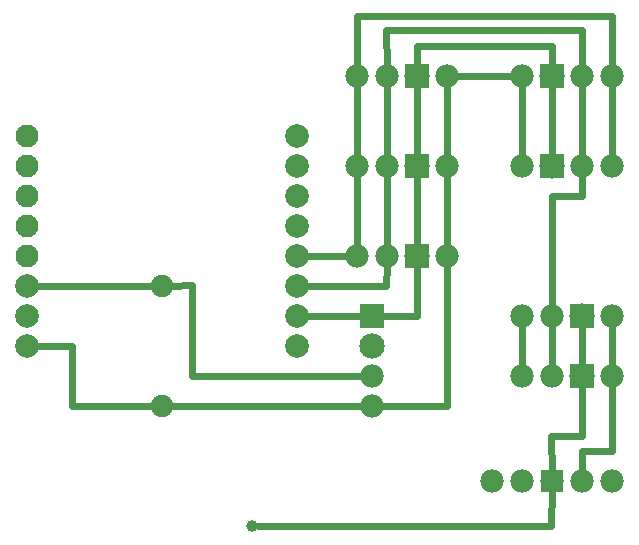
<source format=gbl>
G04 MADE WITH FRITZING*
G04 WWW.FRITZING.ORG*
G04 DOUBLE SIDED*
G04 HOLES PLATED*
G04 CONTOUR ON CENTER OF CONTOUR VECTOR*
%ASAXBY*%
%FSLAX23Y23*%
%MOIN*%
%OFA0B0*%
%SFA1.0B1.0*%
%ADD10C,0.075000*%
%ADD11C,0.078000*%
%ADD12C,0.084141*%
%ADD13C,0.039370*%
%ADD14C,0.076389*%
%ADD15C,0.079166*%
%ADD16R,0.084375X0.084375*%
%ADD17R,0.083333X0.083333*%
%ADD18R,0.078000X0.078000*%
%ADD19C,0.024000*%
%LNCOPPER0*%
G90*
G70*
G54D10*
X805Y1248D03*
X805Y848D03*
G54D11*
X2005Y1648D03*
G54D12*
X2105Y1648D03*
G54D11*
X2205Y1648D03*
X2305Y1648D03*
X2005Y1948D03*
G54D12*
X2105Y1948D03*
G54D11*
X2205Y1948D03*
X2305Y1948D03*
X2305Y1148D03*
G54D12*
X2205Y1148D03*
G54D11*
X2105Y1148D03*
X2005Y1148D03*
X1756Y1647D03*
G54D12*
X1656Y1647D03*
G54D11*
X1556Y1647D03*
X1456Y1647D03*
X1756Y1347D03*
G54D12*
X1656Y1347D03*
G54D11*
X1556Y1347D03*
X1456Y1347D03*
X1756Y1947D03*
G54D12*
X1656Y1947D03*
G54D11*
X1556Y1947D03*
X1456Y1947D03*
X2305Y948D03*
G54D12*
X2205Y948D03*
G54D11*
X2105Y948D03*
X2005Y948D03*
X1505Y1148D03*
G54D12*
X1505Y1048D03*
G54D11*
X1505Y948D03*
X1505Y848D03*
X2305Y598D03*
X2205Y598D03*
X2105Y598D03*
X2005Y598D03*
X1905Y598D03*
G54D13*
X1106Y447D03*
G54D14*
X356Y1747D03*
X356Y1647D03*
X356Y1547D03*
X356Y1447D03*
X356Y1347D03*
G54D15*
X356Y1247D03*
X356Y1147D03*
X356Y1047D03*
X1257Y1047D03*
X1257Y1147D03*
X1257Y1247D03*
X1257Y1347D03*
X1257Y1447D03*
X1257Y1547D03*
X1257Y1647D03*
X1257Y1747D03*
G54D16*
X2106Y1648D03*
X2106Y1948D03*
X2205Y1148D03*
X1655Y1647D03*
X1655Y1347D03*
X1655Y1947D03*
X2205Y948D03*
G54D17*
X1506Y1148D03*
G54D18*
X2105Y598D03*
G54D19*
X1656Y1616D02*
X1656Y1379D01*
D02*
X1756Y1617D02*
X1756Y1377D01*
D02*
X1556Y1617D02*
X1556Y1377D01*
D02*
X1456Y1617D02*
X1456Y1377D01*
D02*
X1456Y1917D02*
X1456Y1677D01*
D02*
X1556Y1917D02*
X1556Y1677D01*
D02*
X1656Y1916D02*
X1656Y1679D01*
D02*
X1756Y1917D02*
X1756Y1677D01*
D02*
X2105Y2048D02*
X1656Y2048D01*
D02*
X1656Y2048D02*
X1656Y1979D01*
D02*
X2105Y1980D02*
X2105Y2048D01*
D02*
X1554Y2099D02*
X1555Y1977D01*
D02*
X2206Y2099D02*
X1554Y2099D01*
D02*
X2205Y1978D02*
X2206Y2099D01*
D02*
X2105Y1680D02*
X2105Y1916D01*
D02*
X1455Y2147D02*
X1456Y1977D01*
D02*
X2305Y2147D02*
X1455Y2147D01*
D02*
X2305Y1978D02*
X2305Y2147D01*
D02*
X2005Y1678D02*
X2005Y1918D01*
D02*
X1786Y1947D02*
X1975Y1948D01*
D02*
X2205Y1678D02*
X2205Y1918D01*
D02*
X2305Y1678D02*
X2305Y1918D01*
D02*
X2105Y1548D02*
X2205Y1548D01*
D02*
X2205Y1548D02*
X2205Y1618D01*
D02*
X2105Y1178D02*
X2105Y1548D01*
D02*
X905Y948D02*
X905Y1249D01*
D02*
X905Y1249D02*
X834Y1248D01*
D02*
X1475Y948D02*
X905Y948D01*
D02*
X1475Y848D02*
X834Y848D01*
D02*
X1655Y1148D02*
X1535Y1148D01*
D02*
X1656Y1316D02*
X1655Y1148D01*
D02*
X1756Y847D02*
X1535Y848D01*
D02*
X1756Y1317D02*
X1756Y847D01*
D02*
X2305Y1118D02*
X2305Y978D01*
D02*
X2205Y1116D02*
X2205Y980D01*
D02*
X2105Y978D02*
X2105Y1118D01*
D02*
X2005Y978D02*
X2005Y1118D01*
D02*
X2206Y748D02*
X2104Y748D01*
D02*
X2104Y748D02*
X2105Y628D01*
D02*
X2205Y916D02*
X2206Y748D01*
D02*
X2305Y918D02*
X2305Y697D01*
D02*
X2305Y697D02*
X2206Y697D01*
D02*
X2206Y697D02*
X2206Y628D01*
D02*
X1125Y447D02*
X2104Y447D01*
D02*
X2104Y447D02*
X2105Y568D01*
D02*
X1475Y1148D02*
X1287Y1147D01*
D02*
X1554Y1247D02*
X1287Y1247D01*
D02*
X1555Y1317D02*
X1554Y1247D01*
D02*
X1426Y1347D02*
X1287Y1347D01*
D02*
X777Y1248D02*
X386Y1247D01*
D02*
X777Y848D02*
X507Y848D01*
D02*
X507Y848D02*
X507Y1047D01*
D02*
X507Y1047D02*
X386Y1047D01*
G04 End of Copper0*
M02*
</source>
